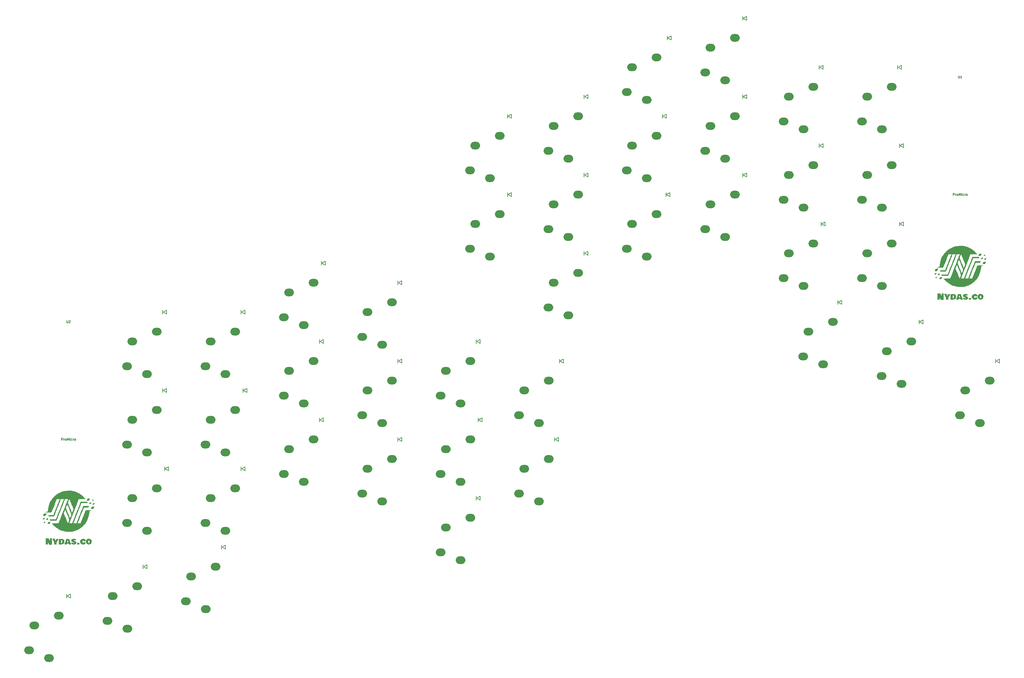
<source format=gbr>
%TF.GenerationSoftware,KiCad,Pcbnew,(6.0.2-0)*%
%TF.CreationDate,2022-03-13T16:27:26+11:00*%
%TF.ProjectId,Nydas,4e796461-732e-46b6-9963-61645f706362,rev?*%
%TF.SameCoordinates,Original*%
%TF.FileFunction,Legend,Top*%
%TF.FilePolarity,Positive*%
%FSLAX46Y46*%
G04 Gerber Fmt 4.6, Leading zero omitted, Abs format (unit mm)*
G04 Created by KiCad (PCBNEW (6.0.2-0)) date 2022-03-13 16:27:26*
%MOMM*%
%LPD*%
G01*
G04 APERTURE LIST*
%ADD10C,0.150000*%
%ADD11C,0.127000*%
%ADD12O,2.500000X2.000000*%
G04 APERTURE END LIST*
D10*
%TO.C,*%
D11*
%TO.C,U2*%
X32555542Y-98726171D02*
X32555542Y-99219657D01*
X32584571Y-99277714D01*
X32613600Y-99306742D01*
X32671657Y-99335771D01*
X32787771Y-99335771D01*
X32845828Y-99306742D01*
X32874857Y-99277714D01*
X32903885Y-99219657D01*
X32903885Y-98726171D01*
X33165142Y-98784228D02*
X33194171Y-98755200D01*
X33252228Y-98726171D01*
X33397371Y-98726171D01*
X33455428Y-98755200D01*
X33484457Y-98784228D01*
X33513485Y-98842285D01*
X33513485Y-98900342D01*
X33484457Y-98987428D01*
X33136114Y-99335771D01*
X33513485Y-99335771D01*
X31176685Y-129815771D02*
X31176685Y-129206171D01*
X31408914Y-129206171D01*
X31466971Y-129235200D01*
X31496000Y-129264228D01*
X31525028Y-129322285D01*
X31525028Y-129409371D01*
X31496000Y-129467428D01*
X31466971Y-129496457D01*
X31408914Y-129525485D01*
X31176685Y-129525485D01*
X31786285Y-129815771D02*
X31786285Y-129409371D01*
X31786285Y-129525485D02*
X31815314Y-129467428D01*
X31844342Y-129438400D01*
X31902400Y-129409371D01*
X31960457Y-129409371D01*
X32250742Y-129815771D02*
X32192685Y-129786742D01*
X32163657Y-129757714D01*
X32134628Y-129699657D01*
X32134628Y-129525485D01*
X32163657Y-129467428D01*
X32192685Y-129438400D01*
X32250742Y-129409371D01*
X32337828Y-129409371D01*
X32395885Y-129438400D01*
X32424914Y-129467428D01*
X32453942Y-129525485D01*
X32453942Y-129699657D01*
X32424914Y-129757714D01*
X32395885Y-129786742D01*
X32337828Y-129815771D01*
X32250742Y-129815771D01*
X32715200Y-129815771D02*
X32715200Y-129206171D01*
X32918400Y-129641600D01*
X33121600Y-129206171D01*
X33121600Y-129815771D01*
X33411885Y-129815771D02*
X33411885Y-129409371D01*
X33411885Y-129206171D02*
X33382857Y-129235200D01*
X33411885Y-129264228D01*
X33440914Y-129235200D01*
X33411885Y-129206171D01*
X33411885Y-129264228D01*
X33963428Y-129786742D02*
X33905371Y-129815771D01*
X33789257Y-129815771D01*
X33731200Y-129786742D01*
X33702171Y-129757714D01*
X33673142Y-129699657D01*
X33673142Y-129525485D01*
X33702171Y-129467428D01*
X33731200Y-129438400D01*
X33789257Y-129409371D01*
X33905371Y-129409371D01*
X33963428Y-129438400D01*
X34224685Y-129815771D02*
X34224685Y-129409371D01*
X34224685Y-129525485D02*
X34253714Y-129467428D01*
X34282742Y-129438400D01*
X34340800Y-129409371D01*
X34398857Y-129409371D01*
X34689142Y-129815771D02*
X34631085Y-129786742D01*
X34602057Y-129757714D01*
X34573028Y-129699657D01*
X34573028Y-129525485D01*
X34602057Y-129467428D01*
X34631085Y-129438400D01*
X34689142Y-129409371D01*
X34776228Y-129409371D01*
X34834285Y-129438400D01*
X34863314Y-129467428D01*
X34892342Y-129525485D01*
X34892342Y-129699657D01*
X34863314Y-129757714D01*
X34834285Y-129786742D01*
X34776228Y-129815771D01*
X34689142Y-129815771D01*
D10*
%TO.C,*%
D11*
%TO.C,U1*%
X263695542Y-35226171D02*
X263695542Y-35719657D01*
X263724571Y-35777714D01*
X263753600Y-35806742D01*
X263811657Y-35835771D01*
X263927771Y-35835771D01*
X263985828Y-35806742D01*
X264014857Y-35777714D01*
X264043885Y-35719657D01*
X264043885Y-35226171D01*
X264653485Y-35835771D02*
X264305142Y-35835771D01*
X264479314Y-35835771D02*
X264479314Y-35226171D01*
X264421257Y-35313257D01*
X264363200Y-35371314D01*
X264305142Y-35400342D01*
X262316685Y-66315771D02*
X262316685Y-65706171D01*
X262548914Y-65706171D01*
X262606971Y-65735200D01*
X262636000Y-65764228D01*
X262665028Y-65822285D01*
X262665028Y-65909371D01*
X262636000Y-65967428D01*
X262606971Y-65996457D01*
X262548914Y-66025485D01*
X262316685Y-66025485D01*
X262926285Y-66315771D02*
X262926285Y-65909371D01*
X262926285Y-66025485D02*
X262955314Y-65967428D01*
X262984342Y-65938400D01*
X263042400Y-65909371D01*
X263100457Y-65909371D01*
X263390742Y-66315771D02*
X263332685Y-66286742D01*
X263303657Y-66257714D01*
X263274628Y-66199657D01*
X263274628Y-66025485D01*
X263303657Y-65967428D01*
X263332685Y-65938400D01*
X263390742Y-65909371D01*
X263477828Y-65909371D01*
X263535885Y-65938400D01*
X263564914Y-65967428D01*
X263593942Y-66025485D01*
X263593942Y-66199657D01*
X263564914Y-66257714D01*
X263535885Y-66286742D01*
X263477828Y-66315771D01*
X263390742Y-66315771D01*
X263855200Y-66315771D02*
X263855200Y-65706171D01*
X264058400Y-66141600D01*
X264261600Y-65706171D01*
X264261600Y-66315771D01*
X264551885Y-66315771D02*
X264551885Y-65909371D01*
X264551885Y-65706171D02*
X264522857Y-65735200D01*
X264551885Y-65764228D01*
X264580914Y-65735200D01*
X264551885Y-65706171D01*
X264551885Y-65764228D01*
X265103428Y-66286742D02*
X265045371Y-66315771D01*
X264929257Y-66315771D01*
X264871200Y-66286742D01*
X264842171Y-66257714D01*
X264813142Y-66199657D01*
X264813142Y-66025485D01*
X264842171Y-65967428D01*
X264871200Y-65938400D01*
X264929257Y-65909371D01*
X265045371Y-65909371D01*
X265103428Y-65938400D01*
X265364685Y-66315771D02*
X265364685Y-65909371D01*
X265364685Y-66025485D02*
X265393714Y-65967428D01*
X265422742Y-65938400D01*
X265480800Y-65909371D01*
X265538857Y-65909371D01*
X265829142Y-66315771D02*
X265771085Y-66286742D01*
X265742057Y-66257714D01*
X265713028Y-66199657D01*
X265713028Y-66025485D01*
X265742057Y-65967428D01*
X265771085Y-65938400D01*
X265829142Y-65909371D01*
X265916228Y-65909371D01*
X265974285Y-65938400D01*
X266003314Y-65967428D01*
X266032342Y-66025485D01*
X266032342Y-66199657D01*
X266003314Y-66257714D01*
X265974285Y-66286742D01*
X265916228Y-66315771D01*
X265829142Y-66315771D01*
D10*
%TO.C,*%
%TO.C,G1*%
G36*
X26829709Y-149861733D02*
G01*
X26882687Y-149885792D01*
X26871409Y-149960466D01*
X26810980Y-150108210D01*
X26740582Y-150244231D01*
X26655436Y-150302144D01*
X26527498Y-150313572D01*
X26396650Y-150298574D01*
X26331460Y-150261712D01*
X26329821Y-150254060D01*
X26354071Y-150165947D01*
X26412787Y-150034160D01*
X26416322Y-150027274D01*
X26502373Y-149907697D01*
X26622068Y-149863505D01*
X26699804Y-149860000D01*
X26829709Y-149861733D01*
G37*
G36*
X31630295Y-148247658D02*
G01*
X31715907Y-148035591D01*
X31769516Y-147907555D01*
X31771101Y-147903973D01*
X31842892Y-147732448D01*
X31932534Y-147504609D01*
X32016725Y-147280313D01*
X32035356Y-147230712D01*
X32400193Y-147230712D01*
X32418591Y-147461161D01*
X32473606Y-147625955D01*
X32517778Y-147728720D01*
X32595278Y-147917947D01*
X32698376Y-148174398D01*
X32819346Y-148478833D01*
X32950459Y-148812016D01*
X32965619Y-148850746D01*
X33093074Y-149171069D01*
X33208295Y-149450312D01*
X33304583Y-149673073D01*
X33375237Y-149823947D01*
X33413559Y-149887530D01*
X33416877Y-149888347D01*
X33453646Y-149828236D01*
X33517786Y-149689657D01*
X33596669Y-149500246D01*
X33612439Y-149460389D01*
X33692499Y-149247396D01*
X33732650Y-149102188D01*
X33737717Y-148988354D01*
X33712526Y-148869485D01*
X33697362Y-148819664D01*
X33642682Y-148661281D01*
X33594985Y-148547953D01*
X33583328Y-148527634D01*
X33545665Y-148449293D01*
X33483457Y-148295441D01*
X33409410Y-148097668D01*
X33400899Y-148074063D01*
X33328808Y-147878986D01*
X33235626Y-147634883D01*
X33130519Y-147364826D01*
X33022654Y-147091884D01*
X32921197Y-146839130D01*
X32835314Y-146629634D01*
X32774172Y-146486469D01*
X32750689Y-146437537D01*
X32716066Y-146456740D01*
X32657577Y-146558155D01*
X32610757Y-146664323D01*
X32536694Y-146842710D01*
X32472044Y-146989057D01*
X32448033Y-147038583D01*
X32400193Y-147230712D01*
X32035356Y-147230712D01*
X32087698Y-147091366D01*
X32190443Y-146825122D01*
X32314105Y-146509361D01*
X32447830Y-146171860D01*
X32534081Y-145956288D01*
X32548271Y-145920920D01*
X32899296Y-145920920D01*
X33051781Y-146345483D01*
X33140389Y-146584690D01*
X33230046Y-146814583D01*
X33302298Y-146987928D01*
X33306275Y-146996830D01*
X33402973Y-147219810D01*
X33509123Y-147477483D01*
X33615834Y-147746599D01*
X33714213Y-148003905D01*
X33795370Y-148226149D01*
X33850410Y-148390080D01*
X33870446Y-148472106D01*
X33887088Y-148556318D01*
X33933732Y-148539245D01*
X34005453Y-148427482D01*
X34097330Y-148227622D01*
X34147826Y-148100549D01*
X34321740Y-147645116D01*
X34034020Y-146924098D01*
X33924528Y-146649833D01*
X33827064Y-146405917D01*
X33750928Y-146215610D01*
X33705421Y-146102171D01*
X33700382Y-146089688D01*
X33659513Y-145986722D01*
X33590142Y-145809969D01*
X33504785Y-145591357D01*
X33471174Y-145505010D01*
X33386359Y-145302500D01*
X33312522Y-145154358D01*
X33260733Y-145081560D01*
X33246727Y-145079786D01*
X33207523Y-145152128D01*
X33142026Y-145300569D01*
X33063456Y-145494924D01*
X33052433Y-145523384D01*
X32899296Y-145920920D01*
X32548271Y-145920920D01*
X32654377Y-145656451D01*
X32758509Y-145396060D01*
X32839716Y-145192087D01*
X32891239Y-145061505D01*
X32906658Y-145020797D01*
X32855010Y-145020451D01*
X32719394Y-145027506D01*
X32528884Y-145040439D01*
X32523957Y-145040804D01*
X32141205Y-145069152D01*
X31727848Y-146089688D01*
X31581727Y-146452736D01*
X31434423Y-146822767D01*
X31297505Y-147170435D01*
X31182542Y-147466394D01*
X31113171Y-147648839D01*
X31019096Y-147897972D01*
X30931679Y-148124975D01*
X30863643Y-148297014D01*
X30838564Y-148357545D01*
X30795190Y-148462149D01*
X30717802Y-148652728D01*
X30614221Y-148909865D01*
X30492266Y-149214142D01*
X30359757Y-149546139D01*
X30347660Y-149576518D01*
X29930044Y-150625402D01*
X28318704Y-150656836D01*
X28231405Y-150488019D01*
X28171889Y-150364512D01*
X28144336Y-150290740D01*
X28144107Y-150288039D01*
X28197456Y-150276950D01*
X28344125Y-150267601D01*
X28564044Y-150260762D01*
X28837144Y-150257206D01*
X28955053Y-150256875D01*
X29765999Y-150256875D01*
X30149808Y-149278862D01*
X30288489Y-148925426D01*
X30455728Y-148499128D01*
X30638694Y-148032676D01*
X30824559Y-147558777D01*
X31000494Y-147110141D01*
X31044924Y-146996830D01*
X31188744Y-146630492D01*
X31320934Y-146294638D01*
X31435201Y-146005187D01*
X31525252Y-145778060D01*
X31584795Y-145629175D01*
X31605217Y-145579420D01*
X31658445Y-145452097D01*
X31726496Y-145284448D01*
X31738896Y-145253415D01*
X31823589Y-145040804D01*
X31051030Y-145040804D01*
X30953879Y-145310112D01*
X30886758Y-145492043D01*
X30827829Y-145644928D01*
X30808220Y-145692813D01*
X30776076Y-145772125D01*
X30707916Y-145943278D01*
X30609160Y-146192562D01*
X30485228Y-146506264D01*
X30341540Y-146870675D01*
X30183515Y-147272084D01*
X30102247Y-147478750D01*
X29939077Y-147892568D01*
X29787192Y-148275338D01*
X29652050Y-148613494D01*
X29539109Y-148893470D01*
X29453827Y-149101698D01*
X29401662Y-149224614D01*
X29389757Y-149249744D01*
X29342588Y-149375899D01*
X29334732Y-149434008D01*
X29318713Y-149469842D01*
X29259367Y-149494348D01*
X29139766Y-149509516D01*
X28942979Y-149517334D01*
X28652075Y-149519792D01*
X28604291Y-149519822D01*
X28304924Y-149518990D01*
X28099841Y-149514369D01*
X27969935Y-149502772D01*
X27896097Y-149481010D01*
X27859220Y-149445896D01*
X27840198Y-149394241D01*
X27839663Y-149392255D01*
X27812312Y-149275431D01*
X27804703Y-149223965D01*
X27857378Y-149206768D01*
X28001264Y-149190287D01*
X28214184Y-149176424D01*
X28465992Y-149167268D01*
X29128055Y-149151295D01*
X29229583Y-148896161D01*
X29279307Y-148770145D01*
X29362834Y-148557271D01*
X29472807Y-148276339D01*
X29601869Y-147946149D01*
X29742665Y-147585504D01*
X29817476Y-147393705D01*
X29957431Y-147035215D01*
X30085783Y-146707262D01*
X30196098Y-146426224D01*
X30281940Y-146208476D01*
X30336876Y-146070395D01*
X30352157Y-146032991D01*
X30394986Y-145928263D01*
X30465509Y-145751580D01*
X30550290Y-145536662D01*
X30572416Y-145480201D01*
X30744361Y-145040804D01*
X29986572Y-145040804D01*
X29608684Y-145990469D01*
X29457886Y-146370437D01*
X29294487Y-146783824D01*
X29134215Y-147190739D01*
X28992793Y-147551295D01*
X28936500Y-147695477D01*
X28826599Y-147967704D01*
X28725524Y-148200078D01*
X28642418Y-148372860D01*
X28586426Y-148466313D01*
X28574558Y-148476777D01*
X28495302Y-148485237D01*
X28325903Y-148490131D01*
X28089563Y-148491177D01*
X27809485Y-148488095D01*
X27744372Y-148486836D01*
X26981830Y-148470938D01*
X27336183Y-148307611D01*
X27525572Y-148215343D01*
X27633178Y-148143289D01*
X27682420Y-148069359D01*
X27696721Y-147971463D01*
X27696873Y-147967433D01*
X27778763Y-147230706D01*
X27966043Y-146513160D01*
X28250933Y-145826896D01*
X28625653Y-145184014D01*
X29082420Y-144596615D01*
X29613455Y-144076801D01*
X30210976Y-143636673D01*
X30635754Y-143396833D01*
X31025267Y-143211859D01*
X31371595Y-143074675D01*
X31706161Y-142977897D01*
X32060387Y-142914143D01*
X32465696Y-142876030D01*
X32934955Y-142856637D01*
X33291635Y-142849261D01*
X33563324Y-142849347D01*
X33778305Y-142859165D01*
X33964863Y-142880988D01*
X34151280Y-142917086D01*
X34365839Y-142969731D01*
X34375980Y-142972362D01*
X34855200Y-143124746D01*
X35351743Y-143331595D01*
X35824353Y-143573484D01*
X36231770Y-143830988D01*
X36289214Y-143873138D01*
X36458237Y-144010563D01*
X36652660Y-144184707D01*
X36854714Y-144377547D01*
X37046628Y-144571060D01*
X37210632Y-144747221D01*
X37328955Y-144888007D01*
X37383826Y-144975395D01*
X37385625Y-144985170D01*
X37330980Y-145007342D01*
X37175099Y-145024523D01*
X36930061Y-145035911D01*
X36607944Y-145040703D01*
X36548499Y-145040804D01*
X35711373Y-145040804D01*
X35267763Y-146160558D01*
X35130718Y-146505409D01*
X35003054Y-146824645D01*
X34892337Y-147099507D01*
X34806132Y-147311235D01*
X34752004Y-147441069D01*
X34744175Y-147458970D01*
X34690090Y-147590267D01*
X34664508Y-147672998D01*
X34664196Y-147677188D01*
X34642771Y-147751141D01*
X34590455Y-147879131D01*
X34583146Y-147895405D01*
X34534461Y-148009657D01*
X34457735Y-148197793D01*
X34360659Y-148440161D01*
X34250923Y-148717108D01*
X34136219Y-149008980D01*
X34024237Y-149296124D01*
X33922667Y-149558888D01*
X33839200Y-149777619D01*
X33781528Y-149932664D01*
X33757341Y-150004369D01*
X33757053Y-150006410D01*
X33736075Y-150071790D01*
X33683030Y-150202593D01*
X33652016Y-150274160D01*
X33558088Y-150494788D01*
X33494939Y-150659535D01*
X33470580Y-150747178D01*
X33471060Y-150753563D01*
X33451699Y-150808580D01*
X33398323Y-150920769D01*
X33396858Y-150923652D01*
X33324660Y-151082460D01*
X33278496Y-151206540D01*
X33263662Y-151275231D01*
X33288003Y-151313423D01*
X33374344Y-151330048D01*
X33545510Y-151334038D01*
X33604510Y-151334107D01*
X33969875Y-151334107D01*
X34090250Y-151054289D01*
X34158557Y-150880329D01*
X34202176Y-150740084D01*
X34210625Y-150689108D01*
X34239891Y-150593581D01*
X34261040Y-150572587D01*
X34311399Y-150498969D01*
X34348736Y-150392895D01*
X34395754Y-150246390D01*
X34467307Y-150063107D01*
X34490419Y-150009659D01*
X34546081Y-149877739D01*
X34633023Y-149663518D01*
X34741838Y-149390538D01*
X34863119Y-149082340D01*
X34946688Y-148867813D01*
X35069528Y-148552907D01*
X35184679Y-148260987D01*
X35283197Y-148014485D01*
X35356137Y-147835830D01*
X35386978Y-147763616D01*
X35463689Y-147582116D01*
X35558971Y-147342362D01*
X35653814Y-147093083D01*
X35719302Y-146911786D01*
X35751816Y-146825112D01*
X35815642Y-146659990D01*
X35900310Y-146443385D01*
X35961418Y-146288125D01*
X36173973Y-145749509D01*
X37869971Y-145718347D01*
X37934703Y-145889843D01*
X37999436Y-146061339D01*
X36382311Y-146061339D01*
X36280892Y-146302299D01*
X36188750Y-146518617D01*
X36091005Y-146744435D01*
X36073843Y-146783601D01*
X36010677Y-146935949D01*
X35972933Y-147043633D01*
X35968219Y-147067083D01*
X35948467Y-147126119D01*
X35893590Y-147273734D01*
X35810156Y-147493056D01*
X35704736Y-147767215D01*
X35583896Y-148079340D01*
X35454208Y-148412561D01*
X35322240Y-148750007D01*
X35194560Y-149074807D01*
X35077739Y-149370090D01*
X34978345Y-149618986D01*
X34902947Y-149804625D01*
X34891752Y-149831652D01*
X34830802Y-149981850D01*
X34749174Y-150188066D01*
X34655776Y-150427164D01*
X34559516Y-150676010D01*
X34469303Y-150911470D01*
X34394045Y-151110410D01*
X34342649Y-151249695D01*
X34324018Y-151306047D01*
X34375709Y-151320430D01*
X34510793Y-151330550D01*
X34687247Y-151334107D01*
X35050476Y-151334107D01*
X35514395Y-150157656D01*
X35653560Y-149805263D01*
X35782660Y-149479316D01*
X35894544Y-149197795D01*
X35982061Y-148978680D01*
X36038057Y-148839953D01*
X36049979Y-148811116D01*
X36094133Y-148702848D01*
X36171188Y-148510346D01*
X36272661Y-148254950D01*
X36390067Y-147957996D01*
X36483921Y-147719710D01*
X36846199Y-146798393D01*
X38279549Y-146798393D01*
X38309292Y-146953985D01*
X38322583Y-147082534D01*
X38312555Y-147152423D01*
X38248582Y-147169544D01*
X38095138Y-147183411D01*
X37876135Y-147192481D01*
X37648912Y-147195268D01*
X37011748Y-147195268D01*
X36668212Y-148059888D01*
X36370285Y-148810413D01*
X36113885Y-149457833D01*
X35898195Y-150004237D01*
X35722398Y-150451709D01*
X35585678Y-150802338D01*
X35487218Y-151058210D01*
X35426202Y-151221410D01*
X35401813Y-151294027D01*
X35401250Y-151297610D01*
X35452984Y-151316159D01*
X35588394Y-151329298D01*
X35771556Y-151334107D01*
X35980186Y-151328483D01*
X36101626Y-151307387D01*
X36161707Y-151264484D01*
X36176129Y-151234888D01*
X36212896Y-151136119D01*
X36283975Y-150951761D01*
X36382820Y-150698340D01*
X36502884Y-150392378D01*
X36637624Y-150050400D01*
X36780493Y-149688929D01*
X36924946Y-149324489D01*
X37064437Y-148973603D01*
X37192420Y-148652796D01*
X37302352Y-148378591D01*
X37387685Y-148167512D01*
X37441874Y-148036082D01*
X37456293Y-148003192D01*
X37485510Y-147952848D01*
X37528492Y-147917983D01*
X37604078Y-147895894D01*
X37731108Y-147883877D01*
X37928420Y-147879228D01*
X38214855Y-147879243D01*
X38316522Y-147879729D01*
X39114866Y-147883833D01*
X38793362Y-148030659D01*
X38471858Y-148177484D01*
X38435691Y-148522648D01*
X38295497Y-149352117D01*
X38054265Y-150132132D01*
X37712758Y-150860310D01*
X37657253Y-150957529D01*
X37422915Y-151300940D01*
X37113952Y-151668604D01*
X36756828Y-152033407D01*
X36378009Y-152368237D01*
X36018560Y-152636269D01*
X35722179Y-152817271D01*
X35389323Y-152992686D01*
X35052154Y-153147744D01*
X34742839Y-153267678D01*
X34493542Y-153337719D01*
X34488812Y-153338618D01*
X34319142Y-153373203D01*
X34210625Y-153397443D01*
X33839011Y-153462448D01*
X33405965Y-153503521D01*
X32961445Y-153517949D01*
X32555410Y-153503018D01*
X32453036Y-153492930D01*
X31752319Y-153359117D01*
X31056224Y-153126321D01*
X30395351Y-152805937D01*
X30073221Y-152606793D01*
X29906458Y-152484143D01*
X29705868Y-152320333D01*
X29488878Y-152131651D01*
X29272914Y-151934382D01*
X29075402Y-151744815D01*
X28913768Y-151579237D01*
X28805439Y-151453934D01*
X28767768Y-151386681D01*
X28821152Y-151368205D01*
X28968058Y-151350655D01*
X29188619Y-151335596D01*
X29462965Y-151324594D01*
X29595240Y-151321449D01*
X30422712Y-151305759D01*
X30593719Y-150880536D01*
X30680621Y-150664786D01*
X30755912Y-150478460D01*
X30805690Y-150355956D01*
X30811451Y-150341920D01*
X30845787Y-150255482D01*
X30913887Y-150081547D01*
X31008633Y-149838388D01*
X31122907Y-149544274D01*
X31249593Y-149217477D01*
X31264242Y-149179643D01*
X31396181Y-148840525D01*
X31461898Y-148673250D01*
X31815067Y-148673250D01*
X32054779Y-149280799D01*
X32158452Y-149541793D01*
X32254291Y-149779920D01*
X32330406Y-149965812D01*
X32369659Y-150058438D01*
X32434186Y-150217434D01*
X32508748Y-150418873D01*
X32537113Y-150500454D01*
X32651024Y-150814769D01*
X32752055Y-151051473D01*
X32835313Y-151200631D01*
X32895902Y-151252312D01*
X32906148Y-151249346D01*
X32960405Y-151166358D01*
X32963303Y-151141955D01*
X32983568Y-151054219D01*
X33036262Y-150898594D01*
X33097776Y-150739362D01*
X33232248Y-150408836D01*
X33074710Y-149978503D01*
X33010938Y-149808671D01*
X32921787Y-149577172D01*
X32814779Y-149302913D01*
X32697433Y-149004800D01*
X32577268Y-148701743D01*
X32461803Y-148412647D01*
X32358559Y-148156422D01*
X32275056Y-147951973D01*
X32218811Y-147818210D01*
X32198057Y-147774214D01*
X32172305Y-147815309D01*
X32115340Y-147939078D01*
X32037439Y-148122668D01*
X31999567Y-148215548D01*
X31815067Y-148673250D01*
X31461898Y-148673250D01*
X31520959Y-148522917D01*
X31630295Y-148247658D01*
G37*
G36*
X30529728Y-155762581D02*
G01*
X30542152Y-155533679D01*
X30561600Y-155394500D01*
X30582053Y-155356404D01*
X30664852Y-155354775D01*
X30824850Y-155353637D01*
X31007277Y-155353254D01*
X31216646Y-155353725D01*
X31391895Y-155354951D01*
X31483200Y-155356404D01*
X31590519Y-155395411D01*
X31726573Y-155488822D01*
X31766682Y-155524042D01*
X31872708Y-155638108D01*
X31924949Y-155752724D01*
X31941341Y-155915762D01*
X31941932Y-155991787D01*
X31913092Y-156285841D01*
X31821757Y-156503189D01*
X31657934Y-156651862D01*
X31411628Y-156739888D01*
X31072846Y-156775296D01*
X30964754Y-156776876D01*
X30525357Y-156776964D01*
X30525357Y-156507313D01*
X31092321Y-156507313D01*
X31217700Y-156424065D01*
X31324609Y-156307784D01*
X31386199Y-156174406D01*
X31406487Y-155973345D01*
X31368892Y-155798439D01*
X31283884Y-155681760D01*
X31216071Y-155653267D01*
X31153726Y-155650918D01*
X31116836Y-155681479D01*
X31098749Y-155767416D01*
X31092816Y-155931195D01*
X31092321Y-156071231D01*
X31092321Y-156507313D01*
X30525357Y-156507313D01*
X30525357Y-156068259D01*
X30529728Y-155762581D01*
G37*
G36*
X38504116Y-144841945D02*
G01*
X38519553Y-144857508D01*
X38502503Y-144936516D01*
X38459124Y-145081741D01*
X38429179Y-145172445D01*
X38338805Y-145437679D01*
X38060652Y-145437679D01*
X37890660Y-145430484D01*
X37807496Y-145402655D01*
X37785157Y-145344825D01*
X37785223Y-145338460D01*
X37811077Y-145223777D01*
X37871222Y-145069280D01*
X37884661Y-145040804D01*
X37956053Y-144917887D01*
X38040909Y-144856070D01*
X38181904Y-144830188D01*
X38250464Y-144825086D01*
X38407098Y-144824378D01*
X38504116Y-144841945D01*
G37*
G36*
X35854821Y-156833661D02*
G01*
X35287857Y-156833661D01*
X35287857Y-156380089D01*
X35854821Y-156380089D01*
X35854821Y-156833661D01*
G37*
G36*
X39510762Y-145112628D02*
G01*
X39529496Y-145178107D01*
X39519128Y-145225067D01*
X39491747Y-145342750D01*
X39484167Y-145395156D01*
X39436872Y-145428740D01*
X39330877Y-145437366D01*
X39217455Y-145423728D01*
X39147874Y-145390517D01*
X39143214Y-145377255D01*
X39190417Y-145224516D01*
X39307819Y-145120616D01*
X39406955Y-145097500D01*
X39510762Y-145112628D01*
G37*
G36*
X39553758Y-146970667D02*
G01*
X39674883Y-146976336D01*
X39710132Y-146982656D01*
X39691786Y-147038896D01*
X39644675Y-147168314D01*
X39602660Y-147280313D01*
X39495233Y-147563795D01*
X39141959Y-147580860D01*
X38943923Y-147585049D01*
X38840666Y-147571278D01*
X38814552Y-147536460D01*
X38817987Y-147524164D01*
X38856191Y-147428888D01*
X38917738Y-147276205D01*
X38944712Y-147209442D01*
X39042133Y-146968482D01*
X39376156Y-146968482D01*
X39553758Y-146970667D01*
G37*
G36*
X27879836Y-155217813D02*
G01*
X28019808Y-155600513D01*
X28104688Y-155811418D01*
X28174400Y-155944274D01*
X28222459Y-155989994D01*
X28242382Y-155939488D01*
X28242269Y-155912344D01*
X28242300Y-155819574D01*
X28245149Y-155654943D01*
X28248568Y-155515469D01*
X28257500Y-155189464D01*
X28767768Y-155189464D01*
X28767768Y-156822243D01*
X28526808Y-156842126D01*
X28335945Y-156850920D01*
X28167751Y-156847584D01*
X28139411Y-156844984D01*
X28055469Y-156820358D01*
X27988554Y-156753433D01*
X27921669Y-156620409D01*
X27855929Y-156448109D01*
X27718884Y-156068259D01*
X27702119Y-156450960D01*
X27685355Y-156833661D01*
X27407809Y-156833661D01*
X27240374Y-156824067D01*
X27125209Y-156799651D01*
X27098727Y-156782634D01*
X27089773Y-156710008D01*
X27087218Y-156546520D01*
X27090914Y-156314512D01*
X27100708Y-156036324D01*
X27104285Y-155958148D01*
X27141380Y-155184689D01*
X27879836Y-155217813D01*
G37*
G36*
X34684165Y-155331640D02*
G01*
X34779470Y-155360333D01*
X34930812Y-155453960D01*
X35024416Y-155571712D01*
X35038962Y-155684002D01*
X35028709Y-155706226D01*
X34950438Y-155738392D01*
X34798608Y-155739720D01*
X34608156Y-155712331D01*
X34451585Y-155671208D01*
X34350195Y-155658974D01*
X34324018Y-155688563D01*
X34373188Y-155737902D01*
X34499338Y-155801117D01*
X34606781Y-155841235D01*
X34861859Y-155960645D01*
X35024723Y-156114347D01*
X35086769Y-156292798D01*
X35081653Y-156367751D01*
X34991364Y-156574943D01*
X34815650Y-156723143D01*
X34569690Y-156805671D01*
X34268664Y-156815846D01*
X34113341Y-156793902D01*
X34005220Y-156738976D01*
X33877812Y-156631271D01*
X33765825Y-156505929D01*
X33703967Y-156398093D01*
X33700357Y-156375739D01*
X33749909Y-156344087D01*
X33872056Y-156327432D01*
X34027036Y-156325486D01*
X34175087Y-156337957D01*
X34276448Y-156364555D01*
X34295669Y-156380089D01*
X34371940Y-156432417D01*
X34456837Y-156421478D01*
X34494107Y-156358472D01*
X34442225Y-156296829D01*
X34304075Y-156235313D01*
X34224799Y-156212473D01*
X34043256Y-156153834D01*
X33896690Y-156084126D01*
X33856272Y-156055214D01*
X33776349Y-155916003D01*
X33757373Y-155731380D01*
X33798126Y-155550767D01*
X33871325Y-155443803D01*
X34016149Y-155369220D01*
X34228619Y-155323025D01*
X34465652Y-155309178D01*
X34684165Y-155331640D01*
G37*
G36*
X26967969Y-150885932D02*
G01*
X27002206Y-150922442D01*
X26969534Y-151020551D01*
X26944381Y-151076306D01*
X26849303Y-151192638D01*
X26722520Y-151220714D01*
X26618316Y-151212889D01*
X26593790Y-151167130D01*
X26630658Y-151050625D01*
X26703328Y-150924991D01*
X26814309Y-150881982D01*
X26852519Y-150880536D01*
X26967969Y-150885932D01*
G37*
G36*
X29561518Y-155557991D02*
G01*
X29611409Y-155708372D01*
X29656831Y-155800025D01*
X29673204Y-155813125D01*
X29714012Y-155764633D01*
X29768336Y-155642966D01*
X29788303Y-155586339D01*
X29839165Y-155450303D01*
X29899023Y-155383659D01*
X30005997Y-155361653D01*
X30137557Y-155359554D01*
X30296314Y-155365610D01*
X30395397Y-155381044D01*
X30411964Y-155392184D01*
X30385249Y-155452950D01*
X30314160Y-155586042D01*
X30212282Y-155766322D01*
X30175599Y-155829527D01*
X30052417Y-156052306D01*
X29982233Y-156218547D01*
X29953005Y-156364599D01*
X29951616Y-156505602D01*
X29963998Y-156776964D01*
X29334732Y-156776964D01*
X29333934Y-156507656D01*
X29316158Y-156323061D01*
X29256011Y-156128450D01*
X29141563Y-155887848D01*
X29107149Y-155823769D01*
X29003038Y-155626760D01*
X28924272Y-155466254D01*
X28883865Y-155369186D01*
X28881161Y-155356023D01*
X28932361Y-155326605D01*
X29064151Y-155307298D01*
X29185623Y-155302857D01*
X29490085Y-155302857D01*
X29561518Y-155557991D01*
G37*
G36*
X27672240Y-150036430D02*
G01*
X27715359Y-150075142D01*
X27697479Y-150175763D01*
X27691065Y-150198332D01*
X27645281Y-150337238D01*
X27606632Y-150425118D01*
X27540255Y-150458365D01*
X27419339Y-150479192D01*
X27289950Y-150484533D01*
X27198148Y-150471322D01*
X27180268Y-150453492D01*
X27200148Y-150386287D01*
X27249274Y-150258557D01*
X27262419Y-150226706D01*
X27333004Y-150094069D01*
X27422949Y-150039393D01*
X27541944Y-150030089D01*
X27672240Y-150036430D01*
G37*
G36*
X32217342Y-156039911D02*
G01*
X32428133Y-155387902D01*
X32828382Y-155371427D01*
X33228630Y-155354952D01*
X33385001Y-155853347D01*
X33465095Y-156104272D01*
X33542707Y-156340039D01*
X33604718Y-156521023D01*
X33620405Y-156564353D01*
X33699439Y-156776964D01*
X33382760Y-156776964D01*
X33196551Y-156770922D01*
X33094207Y-156746426D01*
X33046550Y-156693924D01*
X33036428Y-156663572D01*
X32979113Y-156579149D01*
X32848929Y-156550606D01*
X32821562Y-156550179D01*
X32678028Y-156571753D01*
X32611759Y-156646885D01*
X32606697Y-156663572D01*
X32569851Y-156732347D01*
X32485974Y-156766485D01*
X32324688Y-156776801D01*
X32288254Y-156776964D01*
X32125598Y-156769465D01*
X32022504Y-156750251D01*
X32003008Y-156734442D01*
X32020917Y-156666827D01*
X32067081Y-156514014D01*
X32134532Y-156298589D01*
X32177178Y-156165358D01*
X32690801Y-156165358D01*
X32737675Y-156205484D01*
X32815416Y-156210000D01*
X32930707Y-156184474D01*
X32958990Y-156110781D01*
X32941407Y-156012545D01*
X32903430Y-155885472D01*
X32857746Y-155763186D01*
X32817043Y-155679310D01*
X32794009Y-155667469D01*
X32793190Y-155671384D01*
X32750987Y-155880299D01*
X32707915Y-156054085D01*
X32690801Y-156165358D01*
X32177178Y-156165358D01*
X32216300Y-156043136D01*
X32217342Y-156039911D01*
G37*
G36*
X28336878Y-150952783D02*
G01*
X28356632Y-150993725D01*
X28340176Y-151061669D01*
X28259919Y-151285544D01*
X28173870Y-151419312D01*
X28058317Y-151484835D01*
X27889545Y-151503974D01*
X27860171Y-151504197D01*
X27579146Y-151504197D01*
X27678867Y-151234888D01*
X27778589Y-150965580D01*
X28079555Y-150948276D01*
X28252617Y-150941157D01*
X28336878Y-150952783D01*
G37*
G36*
X39741002Y-146245603D02*
G01*
X39664749Y-146376852D01*
X39553483Y-146434373D01*
X39460257Y-146447463D01*
X39327527Y-146444964D01*
X39259115Y-146416382D01*
X39256607Y-146407608D01*
X39278444Y-146317025D01*
X39322404Y-146205748D01*
X39391059Y-146106273D01*
X39501530Y-146066193D01*
X39603149Y-146061339D01*
X39818097Y-146061339D01*
X39741002Y-146245603D01*
G37*
G36*
X37143869Y-155381284D02*
G01*
X37328098Y-155509283D01*
X37428863Y-155686024D01*
X37442321Y-155787938D01*
X37431263Y-155873517D01*
X37377890Y-155914063D01*
X37251904Y-155926033D01*
X37187187Y-155926518D01*
X37020122Y-155915786D01*
X36943499Y-155878749D01*
X36932053Y-155839694D01*
X36889787Y-155748669D01*
X36798269Y-155712509D01*
X36710419Y-155748884D01*
X36700414Y-155762341D01*
X36657691Y-155889854D01*
X36646648Y-156056051D01*
X36664432Y-156218388D01*
X36708190Y-156334316D01*
X36740634Y-156362280D01*
X36843817Y-156350308D01*
X36885193Y-156303804D01*
X36965846Y-156250903D01*
X37109530Y-156216631D01*
X37271060Y-156204957D01*
X37405250Y-156219854D01*
X37462256Y-156253084D01*
X37460221Y-156329477D01*
X37420050Y-156459352D01*
X37412614Y-156477559D01*
X37280473Y-156656017D01*
X37076496Y-156772700D01*
X36828556Y-156819838D01*
X36564526Y-156789661D01*
X36444714Y-156747401D01*
X36234412Y-156595926D01*
X36098096Y-156358535D01*
X36046242Y-156137902D01*
X36051242Y-155839013D01*
X36148948Y-155598371D01*
X36329808Y-155425216D01*
X36584272Y-155328789D01*
X36894175Y-155317478D01*
X37143869Y-155381284D01*
G37*
G36*
X38898619Y-146075513D02*
G01*
X38826454Y-146204597D01*
X38720890Y-146262222D01*
X38614975Y-146277373D01*
X38479973Y-146283188D01*
X38409224Y-146275380D01*
X38406161Y-146271660D01*
X38422947Y-146207624D01*
X38463819Y-146083014D01*
X38468403Y-146069800D01*
X38523174Y-145952205D01*
X38604670Y-145901800D01*
X38752048Y-145891250D01*
X38973450Y-145891250D01*
X38898619Y-146075513D01*
G37*
G36*
X27077778Y-149378080D02*
G01*
X26760496Y-149395084D01*
X26572562Y-149398596D01*
X26474341Y-149380273D01*
X26443461Y-149335449D01*
X26443214Y-149328914D01*
X26464522Y-149230424D01*
X26518655Y-149074213D01*
X26554592Y-148985906D01*
X26665970Y-148726072D01*
X27342520Y-148726072D01*
X27077778Y-149378080D01*
G37*
G36*
X37654862Y-155655525D02*
G01*
X37802920Y-155472671D01*
X37987004Y-155369192D01*
X38300997Y-155306550D01*
X38574832Y-155338467D01*
X38795444Y-155456776D01*
X38949764Y-155653312D01*
X39024726Y-155919907D01*
X39029821Y-156020927D01*
X39008201Y-156300530D01*
X38934283Y-156499429D01*
X38794477Y-156643502D01*
X38663023Y-156719431D01*
X38417401Y-156811927D01*
X38205824Y-156821921D01*
X37985508Y-156750311D01*
X37952589Y-156734354D01*
X37752534Y-156580275D01*
X37623366Y-156370264D01*
X37564453Y-156129410D01*
X37564677Y-156124263D01*
X38139074Y-156124263D01*
X38178187Y-156290357D01*
X38250316Y-156400156D01*
X38335455Y-156426168D01*
X38393521Y-156391998D01*
X38428281Y-156300654D01*
X38447516Y-156127563D01*
X38451206Y-156060549D01*
X38455064Y-155860657D01*
X38438606Y-155745931D01*
X38396123Y-155689089D01*
X38370854Y-155676559D01*
X38263172Y-155668671D01*
X38190778Y-155751090D01*
X38144385Y-155931411D01*
X38139074Y-156124263D01*
X37564677Y-156124263D01*
X37575162Y-155882801D01*
X37654862Y-155655525D01*
G37*
G36*
X261669728Y-92262581D02*
G01*
X261682152Y-92033679D01*
X261701600Y-91894500D01*
X261722053Y-91856404D01*
X261804852Y-91854775D01*
X261964850Y-91853637D01*
X262147277Y-91853254D01*
X262356646Y-91853725D01*
X262531895Y-91854951D01*
X262623200Y-91856404D01*
X262730519Y-91895411D01*
X262866573Y-91988822D01*
X262906682Y-92024042D01*
X263012708Y-92138108D01*
X263064949Y-92252724D01*
X263081341Y-92415762D01*
X263081932Y-92491787D01*
X263053092Y-92785841D01*
X262961757Y-93003189D01*
X262797934Y-93151862D01*
X262551628Y-93239888D01*
X262212846Y-93275296D01*
X262104754Y-93276876D01*
X261665357Y-93276964D01*
X261665357Y-93007313D01*
X262232321Y-93007313D01*
X262357700Y-92924065D01*
X262464609Y-92807784D01*
X262526199Y-92674406D01*
X262546487Y-92473345D01*
X262508892Y-92298439D01*
X262423884Y-92181760D01*
X262356071Y-92153267D01*
X262293726Y-92150918D01*
X262256836Y-92181479D01*
X262238749Y-92267416D01*
X262232816Y-92431195D01*
X262232321Y-92571231D01*
X262232321Y-93007313D01*
X261665357Y-93007313D01*
X261665357Y-92568259D01*
X261669728Y-92262581D01*
G37*
G36*
X262770295Y-84747658D02*
G01*
X262855907Y-84535591D01*
X262909516Y-84407555D01*
X262911101Y-84403973D01*
X262982892Y-84232448D01*
X263072534Y-84004609D01*
X263156725Y-83780313D01*
X263175356Y-83730712D01*
X263540193Y-83730712D01*
X263558591Y-83961161D01*
X263613606Y-84125955D01*
X263657778Y-84228720D01*
X263735278Y-84417947D01*
X263838376Y-84674398D01*
X263959346Y-84978833D01*
X264090459Y-85312016D01*
X264105619Y-85350746D01*
X264233074Y-85671069D01*
X264348295Y-85950312D01*
X264444583Y-86173073D01*
X264515237Y-86323947D01*
X264553559Y-86387530D01*
X264556877Y-86388347D01*
X264593646Y-86328236D01*
X264657786Y-86189657D01*
X264736669Y-86000246D01*
X264752439Y-85960389D01*
X264832499Y-85747396D01*
X264872650Y-85602188D01*
X264877717Y-85488354D01*
X264852526Y-85369485D01*
X264837362Y-85319664D01*
X264782682Y-85161281D01*
X264734985Y-85047953D01*
X264723328Y-85027634D01*
X264685665Y-84949293D01*
X264623457Y-84795441D01*
X264549410Y-84597668D01*
X264540899Y-84574063D01*
X264468808Y-84378986D01*
X264375626Y-84134883D01*
X264270519Y-83864826D01*
X264162654Y-83591884D01*
X264061197Y-83339130D01*
X263975314Y-83129634D01*
X263914172Y-82986469D01*
X263890689Y-82937537D01*
X263856066Y-82956740D01*
X263797577Y-83058155D01*
X263750757Y-83164323D01*
X263676694Y-83342710D01*
X263612044Y-83489057D01*
X263588033Y-83538583D01*
X263540193Y-83730712D01*
X263175356Y-83730712D01*
X263227698Y-83591366D01*
X263330443Y-83325122D01*
X263454105Y-83009361D01*
X263587830Y-82671860D01*
X263674081Y-82456288D01*
X263688271Y-82420920D01*
X264039296Y-82420920D01*
X264191781Y-82845483D01*
X264280389Y-83084690D01*
X264370046Y-83314583D01*
X264442298Y-83487928D01*
X264446275Y-83496830D01*
X264542973Y-83719810D01*
X264649123Y-83977483D01*
X264755834Y-84246599D01*
X264854213Y-84503905D01*
X264935370Y-84726149D01*
X264990410Y-84890080D01*
X265010446Y-84972106D01*
X265027088Y-85056318D01*
X265073732Y-85039245D01*
X265145453Y-84927482D01*
X265237330Y-84727622D01*
X265287826Y-84600549D01*
X265461740Y-84145116D01*
X265174020Y-83424098D01*
X265064528Y-83149833D01*
X264967064Y-82905917D01*
X264890928Y-82715610D01*
X264845421Y-82602171D01*
X264840382Y-82589688D01*
X264799513Y-82486722D01*
X264730142Y-82309969D01*
X264644785Y-82091357D01*
X264611174Y-82005010D01*
X264526359Y-81802500D01*
X264452522Y-81654358D01*
X264400733Y-81581560D01*
X264386727Y-81579786D01*
X264347523Y-81652128D01*
X264282026Y-81800569D01*
X264203456Y-81994924D01*
X264192433Y-82023384D01*
X264039296Y-82420920D01*
X263688271Y-82420920D01*
X263794377Y-82156451D01*
X263898509Y-81896060D01*
X263979716Y-81692087D01*
X264031239Y-81561505D01*
X264046658Y-81520797D01*
X263995010Y-81520451D01*
X263859394Y-81527506D01*
X263668884Y-81540439D01*
X263663957Y-81540804D01*
X263281205Y-81569152D01*
X262867848Y-82589688D01*
X262721727Y-82952736D01*
X262574423Y-83322767D01*
X262437505Y-83670435D01*
X262322542Y-83966394D01*
X262253171Y-84148839D01*
X262159096Y-84397972D01*
X262071679Y-84624975D01*
X262003643Y-84797014D01*
X261978564Y-84857545D01*
X261935190Y-84962149D01*
X261857802Y-85152728D01*
X261754221Y-85409865D01*
X261632266Y-85714142D01*
X261499757Y-86046139D01*
X261487660Y-86076518D01*
X261070044Y-87125402D01*
X259458704Y-87156836D01*
X259371405Y-86988019D01*
X259311889Y-86864512D01*
X259284336Y-86790740D01*
X259284107Y-86788039D01*
X259337456Y-86776950D01*
X259484125Y-86767601D01*
X259704044Y-86760762D01*
X259977144Y-86757206D01*
X260095053Y-86756875D01*
X260905999Y-86756875D01*
X261289808Y-85778862D01*
X261428489Y-85425426D01*
X261595728Y-84999128D01*
X261778694Y-84532676D01*
X261964559Y-84058777D01*
X262140494Y-83610141D01*
X262184924Y-83496830D01*
X262328744Y-83130492D01*
X262460934Y-82794638D01*
X262575201Y-82505187D01*
X262665252Y-82278060D01*
X262724795Y-82129175D01*
X262745217Y-82079420D01*
X262798445Y-81952097D01*
X262866496Y-81784448D01*
X262878896Y-81753415D01*
X262963589Y-81540804D01*
X262191030Y-81540804D01*
X262093879Y-81810112D01*
X262026758Y-81992043D01*
X261967829Y-82144928D01*
X261948220Y-82192813D01*
X261916076Y-82272125D01*
X261847916Y-82443278D01*
X261749160Y-82692562D01*
X261625228Y-83006264D01*
X261481540Y-83370675D01*
X261323515Y-83772084D01*
X261242247Y-83978750D01*
X261079077Y-84392568D01*
X260927192Y-84775338D01*
X260792050Y-85113494D01*
X260679109Y-85393470D01*
X260593827Y-85601698D01*
X260541662Y-85724614D01*
X260529757Y-85749744D01*
X260482588Y-85875899D01*
X260474732Y-85934008D01*
X260458713Y-85969842D01*
X260399367Y-85994348D01*
X260279766Y-86009516D01*
X260082979Y-86017334D01*
X259792075Y-86019792D01*
X259744291Y-86019822D01*
X259444924Y-86018990D01*
X259239841Y-86014369D01*
X259109935Y-86002772D01*
X259036097Y-85981010D01*
X258999220Y-85945896D01*
X258980198Y-85894241D01*
X258979663Y-85892255D01*
X258952312Y-85775431D01*
X258944703Y-85723965D01*
X258997378Y-85706768D01*
X259141264Y-85690287D01*
X259354184Y-85676424D01*
X259605992Y-85667268D01*
X260268055Y-85651295D01*
X260369583Y-85396161D01*
X260419307Y-85270145D01*
X260502834Y-85057271D01*
X260612807Y-84776339D01*
X260741869Y-84446149D01*
X260882665Y-84085504D01*
X260957476Y-83893705D01*
X261097431Y-83535215D01*
X261225783Y-83207262D01*
X261336098Y-82926224D01*
X261421940Y-82708476D01*
X261476876Y-82570395D01*
X261492157Y-82532991D01*
X261534986Y-82428263D01*
X261605509Y-82251580D01*
X261690290Y-82036662D01*
X261712416Y-81980201D01*
X261884361Y-81540804D01*
X261126572Y-81540804D01*
X260748684Y-82490469D01*
X260597886Y-82870437D01*
X260434487Y-83283824D01*
X260274215Y-83690739D01*
X260132793Y-84051295D01*
X260076500Y-84195477D01*
X259966599Y-84467704D01*
X259865524Y-84700078D01*
X259782418Y-84872860D01*
X259726426Y-84966313D01*
X259714558Y-84976777D01*
X259635302Y-84985237D01*
X259465903Y-84990131D01*
X259229563Y-84991177D01*
X258949485Y-84988095D01*
X258884372Y-84986836D01*
X258121830Y-84970938D01*
X258476183Y-84807611D01*
X258665572Y-84715343D01*
X258773178Y-84643289D01*
X258822420Y-84569359D01*
X258836721Y-84471463D01*
X258836873Y-84467433D01*
X258918763Y-83730706D01*
X259106043Y-83013160D01*
X259390933Y-82326896D01*
X259765653Y-81684014D01*
X260222420Y-81096615D01*
X260753455Y-80576801D01*
X261350976Y-80136673D01*
X261775754Y-79896833D01*
X262165267Y-79711859D01*
X262511595Y-79574675D01*
X262846161Y-79477897D01*
X263200387Y-79414143D01*
X263605696Y-79376030D01*
X264074955Y-79356637D01*
X264431635Y-79349261D01*
X264703324Y-79349347D01*
X264918305Y-79359165D01*
X265104863Y-79380988D01*
X265291280Y-79417086D01*
X265505839Y-79469731D01*
X265515980Y-79472362D01*
X265995200Y-79624746D01*
X266491743Y-79831595D01*
X266964353Y-80073484D01*
X267371770Y-80330988D01*
X267429214Y-80373138D01*
X267598237Y-80510563D01*
X267792660Y-80684707D01*
X267994714Y-80877547D01*
X268186628Y-81071060D01*
X268350632Y-81247221D01*
X268468955Y-81388007D01*
X268523826Y-81475395D01*
X268525625Y-81485170D01*
X268470980Y-81507342D01*
X268315099Y-81524523D01*
X268070061Y-81535911D01*
X267747944Y-81540703D01*
X267688499Y-81540804D01*
X266851373Y-81540804D01*
X266407763Y-82660558D01*
X266270718Y-83005409D01*
X266143054Y-83324645D01*
X266032337Y-83599507D01*
X265946132Y-83811235D01*
X265892004Y-83941069D01*
X265884175Y-83958970D01*
X265830090Y-84090267D01*
X265804508Y-84172998D01*
X265804196Y-84177188D01*
X265782771Y-84251141D01*
X265730455Y-84379131D01*
X265723146Y-84395405D01*
X265674461Y-84509657D01*
X265597735Y-84697793D01*
X265500659Y-84940161D01*
X265390923Y-85217108D01*
X265276219Y-85508980D01*
X265164237Y-85796124D01*
X265062667Y-86058888D01*
X264979200Y-86277619D01*
X264921528Y-86432664D01*
X264897341Y-86504369D01*
X264897053Y-86506410D01*
X264876075Y-86571790D01*
X264823030Y-86702593D01*
X264792016Y-86774160D01*
X264698088Y-86994788D01*
X264634939Y-87159535D01*
X264610580Y-87247178D01*
X264611060Y-87253563D01*
X264591699Y-87308580D01*
X264538323Y-87420769D01*
X264536858Y-87423652D01*
X264464660Y-87582460D01*
X264418496Y-87706540D01*
X264403662Y-87775231D01*
X264428003Y-87813423D01*
X264514344Y-87830048D01*
X264685510Y-87834038D01*
X264744510Y-87834107D01*
X265109875Y-87834107D01*
X265230250Y-87554289D01*
X265298557Y-87380329D01*
X265342176Y-87240084D01*
X265350625Y-87189108D01*
X265379891Y-87093581D01*
X265401040Y-87072587D01*
X265451399Y-86998969D01*
X265488736Y-86892895D01*
X265535754Y-86746390D01*
X265607307Y-86563107D01*
X265630419Y-86509659D01*
X265686081Y-86377739D01*
X265773023Y-86163518D01*
X265881838Y-85890538D01*
X266003119Y-85582340D01*
X266086688Y-85367813D01*
X266209528Y-85052907D01*
X266324679Y-84760987D01*
X266423197Y-84514485D01*
X266496137Y-84335830D01*
X266526978Y-84263616D01*
X266603689Y-84082116D01*
X266698971Y-83842362D01*
X266793814Y-83593083D01*
X266859302Y-83411786D01*
X266891816Y-83325112D01*
X266955642Y-83159990D01*
X267040310Y-82943385D01*
X267101418Y-82788125D01*
X267313973Y-82249509D01*
X269009971Y-82218347D01*
X269074703Y-82389843D01*
X269139436Y-82561339D01*
X267522311Y-82561339D01*
X267420892Y-82802299D01*
X267328750Y-83018617D01*
X267231005Y-83244435D01*
X267213843Y-83283601D01*
X267150677Y-83435949D01*
X267112933Y-83543633D01*
X267108219Y-83567083D01*
X267088467Y-83626119D01*
X267033590Y-83773734D01*
X266950156Y-83993056D01*
X266844736Y-84267215D01*
X266723896Y-84579340D01*
X266594208Y-84912561D01*
X266462240Y-85250007D01*
X266334560Y-85574807D01*
X266217739Y-85870090D01*
X266118345Y-86118986D01*
X266042947Y-86304625D01*
X266031752Y-86331652D01*
X265970802Y-86481850D01*
X265889174Y-86688066D01*
X265795776Y-86927164D01*
X265699516Y-87176010D01*
X265609303Y-87411470D01*
X265534045Y-87610410D01*
X265482649Y-87749695D01*
X265464018Y-87806047D01*
X265515709Y-87820430D01*
X265650793Y-87830550D01*
X265827247Y-87834107D01*
X266190476Y-87834107D01*
X266654395Y-86657656D01*
X266793560Y-86305263D01*
X266922660Y-85979316D01*
X267034544Y-85697795D01*
X267122061Y-85478680D01*
X267178057Y-85339953D01*
X267189979Y-85311116D01*
X267234133Y-85202848D01*
X267311188Y-85010346D01*
X267412661Y-84754950D01*
X267530067Y-84457996D01*
X267623921Y-84219710D01*
X267986199Y-83298393D01*
X269419549Y-83298393D01*
X269449292Y-83453985D01*
X269462583Y-83582534D01*
X269452555Y-83652423D01*
X269388582Y-83669544D01*
X269235138Y-83683411D01*
X269016135Y-83692481D01*
X268788912Y-83695268D01*
X268151748Y-83695268D01*
X267808212Y-84559888D01*
X267510285Y-85310413D01*
X267253885Y-85957833D01*
X267038195Y-86504237D01*
X266862398Y-86951709D01*
X266725678Y-87302338D01*
X266627218Y-87558210D01*
X266566202Y-87721410D01*
X266541813Y-87794027D01*
X266541250Y-87797610D01*
X266592984Y-87816159D01*
X266728394Y-87829298D01*
X266911556Y-87834107D01*
X267120186Y-87828483D01*
X267241626Y-87807387D01*
X267301707Y-87764484D01*
X267316129Y-87734888D01*
X267352896Y-87636119D01*
X267423975Y-87451761D01*
X267522820Y-87198340D01*
X267642884Y-86892378D01*
X267777624Y-86550400D01*
X267920493Y-86188929D01*
X268064946Y-85824489D01*
X268204437Y-85473603D01*
X268332420Y-85152796D01*
X268442352Y-84878591D01*
X268527685Y-84667512D01*
X268581874Y-84536082D01*
X268596293Y-84503192D01*
X268625510Y-84452848D01*
X268668492Y-84417983D01*
X268744078Y-84395894D01*
X268871108Y-84383877D01*
X269068420Y-84379228D01*
X269354855Y-84379243D01*
X269456522Y-84379729D01*
X270254866Y-84383833D01*
X269933362Y-84530659D01*
X269611858Y-84677484D01*
X269575691Y-85022648D01*
X269435497Y-85852117D01*
X269194265Y-86632132D01*
X268852758Y-87360310D01*
X268797253Y-87457529D01*
X268562915Y-87800940D01*
X268253952Y-88168604D01*
X267896828Y-88533407D01*
X267518009Y-88868237D01*
X267158560Y-89136269D01*
X266862179Y-89317271D01*
X266529323Y-89492686D01*
X266192154Y-89647744D01*
X265882839Y-89767678D01*
X265633542Y-89837719D01*
X265628812Y-89838618D01*
X265459142Y-89873203D01*
X265350625Y-89897443D01*
X264979011Y-89962448D01*
X264545965Y-90003521D01*
X264101445Y-90017949D01*
X263695410Y-90003018D01*
X263593036Y-89992930D01*
X262892319Y-89859117D01*
X262196224Y-89626321D01*
X261535351Y-89305937D01*
X261213221Y-89106793D01*
X261046458Y-88984143D01*
X260845868Y-88820333D01*
X260628878Y-88631651D01*
X260412914Y-88434382D01*
X260215402Y-88244815D01*
X260053768Y-88079237D01*
X259945439Y-87953934D01*
X259907768Y-87886681D01*
X259961152Y-87868205D01*
X260108058Y-87850655D01*
X260328619Y-87835596D01*
X260602965Y-87824594D01*
X260735240Y-87821449D01*
X261562712Y-87805759D01*
X261733719Y-87380536D01*
X261820621Y-87164786D01*
X261895912Y-86978460D01*
X261945690Y-86855956D01*
X261951451Y-86841920D01*
X261985787Y-86755482D01*
X262053887Y-86581547D01*
X262148633Y-86338388D01*
X262262907Y-86044274D01*
X262389593Y-85717477D01*
X262404242Y-85679643D01*
X262536181Y-85340525D01*
X262601898Y-85173250D01*
X262955067Y-85173250D01*
X263194779Y-85780799D01*
X263298452Y-86041793D01*
X263394291Y-86279920D01*
X263470406Y-86465812D01*
X263509659Y-86558438D01*
X263574186Y-86717434D01*
X263648748Y-86918873D01*
X263677113Y-87000454D01*
X263791024Y-87314769D01*
X263892055Y-87551473D01*
X263975313Y-87700631D01*
X264035902Y-87752312D01*
X264046148Y-87749346D01*
X264100405Y-87666358D01*
X264103303Y-87641955D01*
X264123568Y-87554219D01*
X264176262Y-87398594D01*
X264237776Y-87239362D01*
X264372248Y-86908836D01*
X264214710Y-86478503D01*
X264150938Y-86308671D01*
X264061787Y-86077172D01*
X263954779Y-85802913D01*
X263837433Y-85504800D01*
X263717268Y-85201743D01*
X263601803Y-84912647D01*
X263498559Y-84656422D01*
X263415056Y-84451973D01*
X263358811Y-84318210D01*
X263338057Y-84274214D01*
X263312305Y-84315309D01*
X263255340Y-84439078D01*
X263177439Y-84622668D01*
X263139567Y-84715548D01*
X262955067Y-85173250D01*
X262601898Y-85173250D01*
X262660959Y-85022917D01*
X262770295Y-84747658D01*
G37*
G36*
X258812240Y-86536430D02*
G01*
X258855359Y-86575142D01*
X258837479Y-86675763D01*
X258831065Y-86698332D01*
X258785281Y-86837238D01*
X258746632Y-86925118D01*
X258680255Y-86958365D01*
X258559339Y-86979192D01*
X258429950Y-86984533D01*
X258338148Y-86971322D01*
X258320268Y-86953492D01*
X258340148Y-86886287D01*
X258389274Y-86758557D01*
X258402419Y-86726706D01*
X258473004Y-86594069D01*
X258562949Y-86539393D01*
X258681944Y-86530089D01*
X258812240Y-86536430D01*
G37*
G36*
X269644116Y-81341945D02*
G01*
X269659553Y-81357508D01*
X269642503Y-81436516D01*
X269599124Y-81581741D01*
X269569179Y-81672445D01*
X269478805Y-81937679D01*
X269200652Y-81937679D01*
X269030660Y-81930484D01*
X268947496Y-81902655D01*
X268925157Y-81844825D01*
X268925223Y-81838460D01*
X268951077Y-81723777D01*
X269011222Y-81569280D01*
X269024661Y-81540804D01*
X269096053Y-81417887D01*
X269180909Y-81356070D01*
X269321904Y-81330188D01*
X269390464Y-81325086D01*
X269547098Y-81324378D01*
X269644116Y-81341945D01*
G37*
G36*
X270650762Y-81612628D02*
G01*
X270669496Y-81678107D01*
X270659128Y-81725067D01*
X270631747Y-81842750D01*
X270624167Y-81895156D01*
X270576872Y-81928740D01*
X270470877Y-81937366D01*
X270357455Y-81923728D01*
X270287874Y-81890517D01*
X270283214Y-81877255D01*
X270330417Y-81724516D01*
X270447819Y-81620616D01*
X270546955Y-81597500D01*
X270650762Y-81612628D01*
G37*
G36*
X259019836Y-91717813D02*
G01*
X259159808Y-92100513D01*
X259244688Y-92311418D01*
X259314400Y-92444274D01*
X259362459Y-92489994D01*
X259382382Y-92439488D01*
X259382269Y-92412344D01*
X259382300Y-92319574D01*
X259385149Y-92154943D01*
X259388568Y-92015469D01*
X259397500Y-91689464D01*
X259907768Y-91689464D01*
X259907768Y-93322243D01*
X259666808Y-93342126D01*
X259475945Y-93350920D01*
X259307751Y-93347584D01*
X259279411Y-93344984D01*
X259195469Y-93320358D01*
X259128554Y-93253433D01*
X259061669Y-93120409D01*
X258995929Y-92948109D01*
X258858884Y-92568259D01*
X258842119Y-92950960D01*
X258825355Y-93333661D01*
X258547809Y-93333661D01*
X258380374Y-93324067D01*
X258265209Y-93299651D01*
X258238727Y-93282634D01*
X258229773Y-93210008D01*
X258227218Y-93046520D01*
X258230914Y-92814512D01*
X258240708Y-92536324D01*
X258244285Y-92458148D01*
X258281380Y-91684689D01*
X259019836Y-91717813D01*
G37*
G36*
X258107969Y-87385932D02*
G01*
X258142206Y-87422442D01*
X258109534Y-87520551D01*
X258084381Y-87576306D01*
X257989303Y-87692638D01*
X257862520Y-87720714D01*
X257758316Y-87712889D01*
X257733790Y-87667130D01*
X257770658Y-87550625D01*
X257843328Y-87424991D01*
X257954309Y-87381982D01*
X257992519Y-87380536D01*
X258107969Y-87385932D01*
G37*
G36*
X258217778Y-85878080D02*
G01*
X257900496Y-85895084D01*
X257712562Y-85898596D01*
X257614341Y-85880273D01*
X257583461Y-85835449D01*
X257583214Y-85828914D01*
X257604522Y-85730424D01*
X257658655Y-85574213D01*
X257694592Y-85485906D01*
X257805970Y-85226072D01*
X258482520Y-85226072D01*
X258217778Y-85878080D01*
G37*
G36*
X259476878Y-87452783D02*
G01*
X259496632Y-87493725D01*
X259480176Y-87561669D01*
X259399919Y-87785544D01*
X259313870Y-87919312D01*
X259198317Y-87984835D01*
X259029545Y-88003974D01*
X259000171Y-88004197D01*
X258719146Y-88004197D01*
X258818867Y-87734888D01*
X258918589Y-87465580D01*
X259219555Y-87448276D01*
X259392617Y-87441157D01*
X259476878Y-87452783D01*
G37*
G36*
X263357342Y-92539911D02*
G01*
X263568133Y-91887902D01*
X263968382Y-91871427D01*
X264368630Y-91854952D01*
X264525001Y-92353347D01*
X264605095Y-92604272D01*
X264682707Y-92840039D01*
X264744718Y-93021023D01*
X264760405Y-93064353D01*
X264839439Y-93276964D01*
X264522760Y-93276964D01*
X264336551Y-93270922D01*
X264234207Y-93246426D01*
X264186550Y-93193924D01*
X264176428Y-93163572D01*
X264119113Y-93079149D01*
X263988929Y-93050606D01*
X263961562Y-93050179D01*
X263818028Y-93071753D01*
X263751759Y-93146885D01*
X263746697Y-93163572D01*
X263709851Y-93232347D01*
X263625974Y-93266485D01*
X263464688Y-93276801D01*
X263428254Y-93276964D01*
X263265598Y-93269465D01*
X263162504Y-93250251D01*
X263143008Y-93234442D01*
X263160917Y-93166827D01*
X263207081Y-93014014D01*
X263274532Y-92798589D01*
X263317178Y-92665358D01*
X263830801Y-92665358D01*
X263877675Y-92705484D01*
X263955416Y-92710000D01*
X264070707Y-92684474D01*
X264098990Y-92610781D01*
X264081407Y-92512545D01*
X264043430Y-92385472D01*
X263997746Y-92263186D01*
X263957043Y-92179310D01*
X263934009Y-92167469D01*
X263933190Y-92171384D01*
X263890987Y-92380299D01*
X263847915Y-92554085D01*
X263830801Y-92665358D01*
X263317178Y-92665358D01*
X263356300Y-92543136D01*
X263357342Y-92539911D01*
G37*
G36*
X270693758Y-83470667D02*
G01*
X270814883Y-83476336D01*
X270850132Y-83482656D01*
X270831786Y-83538896D01*
X270784675Y-83668314D01*
X270742660Y-83780313D01*
X270635233Y-84063795D01*
X270281959Y-84080860D01*
X270083923Y-84085049D01*
X269980666Y-84071278D01*
X269954552Y-84036460D01*
X269957987Y-84024164D01*
X269996191Y-83928888D01*
X270057738Y-83776205D01*
X270084712Y-83709442D01*
X270182133Y-83468482D01*
X270516156Y-83468482D01*
X270693758Y-83470667D01*
G37*
G36*
X268794862Y-92155525D02*
G01*
X268942920Y-91972671D01*
X269127004Y-91869192D01*
X269440997Y-91806550D01*
X269714832Y-91838467D01*
X269935444Y-91956776D01*
X270089764Y-92153312D01*
X270164726Y-92419907D01*
X270169821Y-92520927D01*
X270148201Y-92800530D01*
X270074283Y-92999429D01*
X269934477Y-93143502D01*
X269803023Y-93219431D01*
X269557401Y-93311927D01*
X269345824Y-93321921D01*
X269125508Y-93250311D01*
X269092589Y-93234354D01*
X268892534Y-93080275D01*
X268763366Y-92870264D01*
X268704453Y-92629410D01*
X268704677Y-92624263D01*
X269279074Y-92624263D01*
X269318187Y-92790357D01*
X269390316Y-92900156D01*
X269475455Y-92926168D01*
X269533521Y-92891998D01*
X269568281Y-92800654D01*
X269587516Y-92627563D01*
X269591206Y-92560549D01*
X269595064Y-92360657D01*
X269578606Y-92245931D01*
X269536123Y-92189089D01*
X269510854Y-92176559D01*
X269403172Y-92168671D01*
X269330778Y-92251090D01*
X269284385Y-92431411D01*
X269279074Y-92624263D01*
X268704677Y-92624263D01*
X268715162Y-92382801D01*
X268794862Y-92155525D01*
G37*
G36*
X270881002Y-82745603D02*
G01*
X270804749Y-82876852D01*
X270693483Y-82934373D01*
X270600257Y-82947463D01*
X270467527Y-82944964D01*
X270399115Y-82916382D01*
X270396607Y-82907608D01*
X270418444Y-82817025D01*
X270462404Y-82705748D01*
X270531059Y-82606273D01*
X270641530Y-82566193D01*
X270743149Y-82561339D01*
X270958097Y-82561339D01*
X270881002Y-82745603D01*
G37*
G36*
X270038619Y-82575513D02*
G01*
X269966454Y-82704597D01*
X269860890Y-82762222D01*
X269754975Y-82777373D01*
X269619973Y-82783188D01*
X269549224Y-82775380D01*
X269546161Y-82771660D01*
X269562947Y-82707624D01*
X269603819Y-82583014D01*
X269608403Y-82569800D01*
X269663174Y-82452205D01*
X269744670Y-82401800D01*
X269892048Y-82391250D01*
X270113450Y-82391250D01*
X270038619Y-82575513D01*
G37*
G36*
X266994821Y-93333661D02*
G01*
X266427857Y-93333661D01*
X266427857Y-92880089D01*
X266994821Y-92880089D01*
X266994821Y-93333661D01*
G37*
G36*
X257969709Y-86361733D02*
G01*
X258022687Y-86385792D01*
X258011409Y-86460466D01*
X257950980Y-86608210D01*
X257880582Y-86744231D01*
X257795436Y-86802144D01*
X257667498Y-86813572D01*
X257536650Y-86798574D01*
X257471460Y-86761712D01*
X257469821Y-86754060D01*
X257494071Y-86665947D01*
X257552787Y-86534160D01*
X257556322Y-86527274D01*
X257642373Y-86407697D01*
X257762068Y-86363505D01*
X257839804Y-86360000D01*
X257969709Y-86361733D01*
G37*
G36*
X265824165Y-91831640D02*
G01*
X265919470Y-91860333D01*
X266070812Y-91953960D01*
X266164416Y-92071712D01*
X266178962Y-92184002D01*
X266168709Y-92206226D01*
X266090438Y-92238392D01*
X265938608Y-92239720D01*
X265748156Y-92212331D01*
X265591585Y-92171208D01*
X265490195Y-92158974D01*
X265464018Y-92188563D01*
X265513188Y-92237902D01*
X265639338Y-92301117D01*
X265746781Y-92341235D01*
X266001859Y-92460645D01*
X266164723Y-92614347D01*
X266226769Y-92792798D01*
X266221653Y-92867751D01*
X266131364Y-93074943D01*
X265955650Y-93223143D01*
X265709690Y-93305671D01*
X265408664Y-93315846D01*
X265253341Y-93293902D01*
X265145220Y-93238976D01*
X265017812Y-93131271D01*
X264905825Y-93005929D01*
X264843967Y-92898093D01*
X264840357Y-92875739D01*
X264889909Y-92844087D01*
X265012056Y-92827432D01*
X265167036Y-92825486D01*
X265315087Y-92837957D01*
X265416448Y-92864555D01*
X265435669Y-92880089D01*
X265511940Y-92932417D01*
X265596837Y-92921478D01*
X265634107Y-92858472D01*
X265582225Y-92796829D01*
X265444075Y-92735313D01*
X265364799Y-92712473D01*
X265183256Y-92653834D01*
X265036690Y-92584126D01*
X264996272Y-92555214D01*
X264916349Y-92416003D01*
X264897373Y-92231380D01*
X264938126Y-92050767D01*
X265011325Y-91943803D01*
X265156149Y-91869220D01*
X265368619Y-91823025D01*
X265605652Y-91809178D01*
X265824165Y-91831640D01*
G37*
G36*
X268283869Y-91881284D02*
G01*
X268468098Y-92009283D01*
X268568863Y-92186024D01*
X268582321Y-92287938D01*
X268571263Y-92373517D01*
X268517890Y-92414063D01*
X268391904Y-92426033D01*
X268327187Y-92426518D01*
X268160122Y-92415786D01*
X268083499Y-92378749D01*
X268072053Y-92339694D01*
X268029787Y-92248669D01*
X267938269Y-92212509D01*
X267850419Y-92248884D01*
X267840414Y-92262341D01*
X267797691Y-92389854D01*
X267786648Y-92556051D01*
X267804432Y-92718388D01*
X267848190Y-92834316D01*
X267880634Y-92862280D01*
X267983817Y-92850308D01*
X268025193Y-92803804D01*
X268105846Y-92750903D01*
X268249530Y-92716631D01*
X268411060Y-92704957D01*
X268545250Y-92719854D01*
X268602256Y-92753084D01*
X268600221Y-92829477D01*
X268560050Y-92959352D01*
X268552614Y-92977559D01*
X268420473Y-93156017D01*
X268216496Y-93272700D01*
X267968556Y-93319838D01*
X267704526Y-93289661D01*
X267584714Y-93247401D01*
X267374412Y-93095926D01*
X267238096Y-92858535D01*
X267186242Y-92637902D01*
X267191242Y-92339013D01*
X267288948Y-92098371D01*
X267469808Y-91925216D01*
X267724272Y-91828789D01*
X268034175Y-91817478D01*
X268283869Y-91881284D01*
G37*
G36*
X260701518Y-92057991D02*
G01*
X260751409Y-92208372D01*
X260796831Y-92300025D01*
X260813204Y-92313125D01*
X260854012Y-92264633D01*
X260908336Y-92142966D01*
X260928303Y-92086339D01*
X260979165Y-91950303D01*
X261039023Y-91883659D01*
X261145997Y-91861653D01*
X261277557Y-91859554D01*
X261436314Y-91865610D01*
X261535397Y-91881044D01*
X261551964Y-91892184D01*
X261525249Y-91952950D01*
X261454160Y-92086042D01*
X261352282Y-92266322D01*
X261315599Y-92329527D01*
X261192417Y-92552306D01*
X261122233Y-92718547D01*
X261093005Y-92864599D01*
X261091616Y-93005602D01*
X261103998Y-93276964D01*
X260474732Y-93276964D01*
X260473934Y-93007656D01*
X260456158Y-92823061D01*
X260396011Y-92628450D01*
X260281563Y-92387848D01*
X260247149Y-92323769D01*
X260143038Y-92126760D01*
X260064272Y-91966254D01*
X260023865Y-91869186D01*
X260021161Y-91856023D01*
X260072361Y-91826605D01*
X260204151Y-91807298D01*
X260325623Y-91802857D01*
X260630085Y-91802857D01*
X260701518Y-92057991D01*
G37*
%TO.C,D21*%
X57460000Y-96020000D02*
X57460000Y-97020000D01*
X58460000Y-97020000D02*
X57560000Y-96520000D01*
X57560000Y-96520000D02*
X58460000Y-96020000D01*
X58460000Y-96020000D02*
X58460000Y-97020000D01*
%TO.C,D6*%
X248960000Y-32520000D02*
X248960000Y-33520000D01*
X248060000Y-33020000D02*
X248960000Y-32520000D01*
X247960000Y-32520000D02*
X247960000Y-33520000D01*
X248960000Y-33520000D02*
X248060000Y-33020000D01*
%TO.C,D14*%
X188020000Y-66040000D02*
X188920000Y-65540000D01*
X187920000Y-65540000D02*
X187920000Y-66540000D01*
X188920000Y-65540000D02*
X188920000Y-66540000D01*
X188920000Y-66540000D02*
X188020000Y-66040000D01*
%TO.C,D39*%
X52380000Y-162060000D02*
X52380000Y-163060000D01*
X53380000Y-163060000D02*
X52480000Y-162560000D01*
X53380000Y-162060000D02*
X53380000Y-163060000D01*
X52480000Y-162560000D02*
X53380000Y-162060000D01*
%TO.C,D37*%
X138740000Y-144280000D02*
X138740000Y-145280000D01*
X139740000Y-145280000D02*
X138840000Y-144780000D01*
X139740000Y-144280000D02*
X139740000Y-145280000D01*
X138840000Y-144780000D02*
X139740000Y-144280000D01*
%TO.C,D16*%
X228100000Y-73160000D02*
X228100000Y-74160000D01*
X229100000Y-73160000D02*
X229100000Y-74160000D01*
X229100000Y-74160000D02*
X228200000Y-73660000D01*
X228200000Y-73660000D02*
X229100000Y-73160000D01*
%TO.C,D33*%
X58920000Y-137660000D02*
X58020000Y-137160000D01*
X58920000Y-136660000D02*
X58920000Y-137660000D01*
X58020000Y-137160000D02*
X58920000Y-136660000D01*
X57920000Y-136660000D02*
X57920000Y-137660000D01*
%TO.C,D7*%
X146920000Y-66040000D02*
X147820000Y-65540000D01*
X146820000Y-65540000D02*
X146820000Y-66540000D01*
X147820000Y-65540000D02*
X147820000Y-66540000D01*
X147820000Y-66540000D02*
X146920000Y-66040000D01*
%TO.C,D19*%
X253500000Y-98560000D02*
X253500000Y-99560000D01*
X254500000Y-98560000D02*
X254500000Y-99560000D01*
X254500000Y-99560000D02*
X253600000Y-99060000D01*
X253600000Y-99060000D02*
X254500000Y-98560000D01*
%TO.C,D35*%
X98200000Y-124460000D02*
X99100000Y-123960000D01*
X99100000Y-124960000D02*
X98200000Y-124460000D01*
X99100000Y-123960000D02*
X99100000Y-124960000D01*
X98100000Y-123960000D02*
X98100000Y-124960000D01*
%TO.C,D24*%
X118420000Y-88400000D02*
X118420000Y-89400000D01*
X118520000Y-88900000D02*
X119420000Y-88400000D01*
X119420000Y-88400000D02*
X119420000Y-89400000D01*
X119420000Y-89400000D02*
X118520000Y-88900000D01*
%TO.C,D26*%
X161285000Y-108720000D02*
X161285000Y-109720000D01*
X160385000Y-109220000D02*
X161285000Y-108720000D01*
X160285000Y-108720000D02*
X160285000Y-109720000D01*
X161285000Y-109720000D02*
X160385000Y-109220000D01*
%TO.C,D1*%
X146920000Y-45720000D02*
X147820000Y-45220000D01*
X147820000Y-46220000D02*
X146920000Y-45720000D01*
X146820000Y-45220000D02*
X146820000Y-46220000D01*
X147820000Y-45220000D02*
X147820000Y-46220000D01*
%TO.C,D4*%
X207880000Y-20320000D02*
X208780000Y-19820000D01*
X208780000Y-19820000D02*
X208780000Y-20820000D01*
X208780000Y-20820000D02*
X207880000Y-20320000D01*
X207780000Y-19820000D02*
X207780000Y-20820000D01*
%TO.C,D9*%
X187000000Y-45220000D02*
X187000000Y-46220000D01*
X188000000Y-46220000D02*
X187100000Y-45720000D01*
X188000000Y-45220000D02*
X188000000Y-46220000D01*
X187100000Y-45720000D02*
X188000000Y-45220000D01*
%TO.C,D13*%
X166780000Y-81280000D02*
X167680000Y-80780000D01*
X167680000Y-81780000D02*
X166780000Y-81280000D01*
X167680000Y-80780000D02*
X167680000Y-81780000D01*
X166680000Y-80780000D02*
X166680000Y-81780000D01*
%TO.C,D25*%
X138840000Y-104140000D02*
X139740000Y-103640000D01*
X139740000Y-103640000D02*
X139740000Y-104640000D01*
X139740000Y-104640000D02*
X138840000Y-104140000D01*
X138740000Y-103640000D02*
X138740000Y-104640000D01*
%TO.C,D17*%
X249420000Y-73160000D02*
X249420000Y-74160000D01*
X249420000Y-74160000D02*
X248520000Y-73660000D01*
X248420000Y-73160000D02*
X248420000Y-74160000D01*
X248520000Y-73660000D02*
X249420000Y-73160000D01*
%TO.C,D5*%
X227640000Y-32520000D02*
X227640000Y-33520000D01*
X227740000Y-33020000D02*
X228640000Y-32520000D01*
X228640000Y-33520000D02*
X227740000Y-33020000D01*
X228640000Y-32520000D02*
X228640000Y-33520000D01*
%TO.C,D31*%
X140200000Y-123960000D02*
X140200000Y-124960000D01*
X139200000Y-123960000D02*
X139200000Y-124960000D01*
X140200000Y-124960000D02*
X139300000Y-124460000D01*
X139300000Y-124460000D02*
X140200000Y-123960000D01*
%TO.C,D23*%
X99560000Y-84320000D02*
X98660000Y-83820000D01*
X98660000Y-83820000D02*
X99560000Y-83320000D01*
X99560000Y-83320000D02*
X99560000Y-84320000D01*
X98560000Y-83320000D02*
X98560000Y-84320000D01*
%TO.C,D10*%
X208780000Y-41140000D02*
X207880000Y-40640000D01*
X207880000Y-40640000D02*
X208780000Y-40140000D01*
X207780000Y-40140000D02*
X207780000Y-41140000D01*
X208780000Y-40140000D02*
X208780000Y-41140000D01*
%TO.C,D2*%
X166680000Y-40140000D02*
X166680000Y-41140000D01*
X166780000Y-40640000D02*
X167680000Y-40140000D01*
X167680000Y-41140000D02*
X166780000Y-40640000D01*
X167680000Y-40140000D02*
X167680000Y-41140000D01*
%TO.C,D40*%
X72700000Y-156980000D02*
X72700000Y-157980000D01*
X73700000Y-157980000D02*
X72800000Y-157480000D01*
X73700000Y-156980000D02*
X73700000Y-157980000D01*
X72800000Y-157480000D02*
X73700000Y-156980000D01*
%TO.C,D18*%
X233415000Y-94480000D02*
X232515000Y-93980000D01*
X233415000Y-93480000D02*
X233415000Y-94480000D01*
X232415000Y-93480000D02*
X232415000Y-94480000D01*
X232515000Y-93980000D02*
X233415000Y-93480000D01*
%TO.C,D8*%
X166780000Y-60960000D02*
X167680000Y-60460000D01*
X167680000Y-61460000D02*
X166780000Y-60960000D01*
X167680000Y-60460000D02*
X167680000Y-61460000D01*
X166680000Y-60460000D02*
X166680000Y-61460000D01*
%TO.C,D28*%
X78340000Y-116840000D02*
X79240000Y-116340000D01*
X78240000Y-116340000D02*
X78240000Y-117340000D01*
X79240000Y-117340000D02*
X78340000Y-116840000D01*
X79240000Y-116340000D02*
X79240000Y-117340000D01*
%TO.C,D12*%
X249420000Y-52840000D02*
X249420000Y-53840000D01*
X248520000Y-53340000D02*
X249420000Y-52840000D01*
X249420000Y-53840000D02*
X248520000Y-53340000D01*
X248420000Y-52840000D02*
X248420000Y-53840000D01*
%TO.C,D3*%
X189225000Y-25900000D02*
X188325000Y-25400000D01*
X189225000Y-24900000D02*
X189225000Y-25900000D01*
X188225000Y-24900000D02*
X188225000Y-25900000D01*
X188325000Y-25400000D02*
X189225000Y-24900000D01*
%TO.C,D32*%
X160060000Y-129040000D02*
X160060000Y-130040000D01*
X160060000Y-130040000D02*
X159160000Y-129540000D01*
X159060000Y-129040000D02*
X159060000Y-130040000D01*
X159160000Y-129540000D02*
X160060000Y-129040000D01*
%TO.C,D38*%
X33520000Y-170680000D02*
X32620000Y-170180000D01*
X32620000Y-170180000D02*
X33520000Y-169680000D01*
X33520000Y-169680000D02*
X33520000Y-170680000D01*
X32520000Y-169680000D02*
X32520000Y-170680000D01*
%TO.C,D20*%
X274360000Y-108720000D02*
X274360000Y-109720000D01*
X273360000Y-108720000D02*
X273360000Y-109720000D01*
X274360000Y-109720000D02*
X273460000Y-109220000D01*
X273460000Y-109220000D02*
X274360000Y-108720000D01*
%TO.C,D27*%
X58460000Y-116340000D02*
X58460000Y-117340000D01*
X57460000Y-116340000D02*
X57460000Y-117340000D01*
X58460000Y-117340000D02*
X57560000Y-116840000D01*
X57560000Y-116840000D02*
X58460000Y-116340000D01*
%TO.C,D11*%
X227640000Y-52840000D02*
X227640000Y-53840000D01*
X227740000Y-53340000D02*
X228640000Y-52840000D01*
X228640000Y-53840000D02*
X227740000Y-53340000D01*
X228640000Y-52840000D02*
X228640000Y-53840000D01*
%TO.C,D15*%
X207780000Y-60460000D02*
X207780000Y-61460000D01*
X208780000Y-60460000D02*
X208780000Y-61460000D01*
X207880000Y-60960000D02*
X208780000Y-60460000D01*
X208780000Y-61460000D02*
X207880000Y-60960000D01*
%TO.C,D22*%
X77880000Y-96520000D02*
X78780000Y-96020000D01*
X77780000Y-96020000D02*
X77780000Y-97020000D01*
X78780000Y-96020000D02*
X78780000Y-97020000D01*
X78780000Y-97020000D02*
X77880000Y-96520000D01*
%TO.C,D36*%
X119420000Y-130040000D02*
X118520000Y-129540000D01*
X118520000Y-129540000D02*
X119420000Y-129040000D01*
X119420000Y-129040000D02*
X119420000Y-130040000D01*
X118420000Y-129040000D02*
X118420000Y-130040000D01*
%TO.C,D34*%
X78780000Y-136660000D02*
X78780000Y-137660000D01*
X78780000Y-137660000D02*
X77880000Y-137160000D01*
X77780000Y-136660000D02*
X77780000Y-137660000D01*
X77880000Y-137160000D02*
X78780000Y-136660000D01*
%TO.C,D29*%
X99100000Y-103640000D02*
X99100000Y-104640000D01*
X98100000Y-103640000D02*
X98100000Y-104640000D01*
X99100000Y-104640000D02*
X98200000Y-104140000D01*
X98200000Y-104140000D02*
X99100000Y-103640000D01*
%TO.C,D30*%
X118420000Y-108720000D02*
X118420000Y-109720000D01*
X119420000Y-109720000D02*
X118520000Y-109220000D01*
X118520000Y-109220000D02*
X119420000Y-108720000D01*
X119420000Y-108720000D02*
X119420000Y-109720000D01*
%TD*%
D12*
%TO.C,SW21*%
X55880000Y-101600000D03*
X53340000Y-112580000D03*
X48240000Y-110580000D03*
X49530000Y-104140000D03*
%TD*%
%TO.C,SW8*%
X157460000Y-75020000D03*
X158750000Y-68580000D03*
X162560000Y-77020000D03*
X165100000Y-66040000D03*
%TD*%
%TO.C,SW27*%
X48240000Y-130900000D03*
X49530000Y-124460000D03*
X55880000Y-121920000D03*
X53340000Y-132900000D03*
%TD*%
%TO.C,SW6*%
X240030000Y-40640000D03*
X238740000Y-47080000D03*
X243840000Y-49080000D03*
X246380000Y-38100000D03*
%TD*%
%TO.C,SW30*%
X110490000Y-116840000D03*
X109200000Y-123280000D03*
X114300000Y-125280000D03*
X116840000Y-114300000D03*
%TD*%
%TO.C,SW38*%
X22840000Y-184240000D03*
X24130000Y-177800000D03*
X30480000Y-175260000D03*
X27940000Y-186240000D03*
%TD*%
%TO.C,SW4*%
X198100000Y-34380000D03*
X199390000Y-27940000D03*
X205740000Y-25400000D03*
X203200000Y-36380000D03*
%TD*%
%TO.C,SW16*%
X218420000Y-87720000D03*
X219710000Y-81280000D03*
X223520000Y-89720000D03*
X226060000Y-78740000D03*
%TD*%
%TO.C,SW26*%
X151130000Y-116840000D03*
X149840000Y-123280000D03*
X157480000Y-114300000D03*
X154940000Y-125280000D03*
%TD*%
%TO.C,SW14*%
X179070000Y-73660000D03*
X177780000Y-80100000D03*
X185420000Y-71120000D03*
X182880000Y-82100000D03*
%TD*%
%TO.C,SW9*%
X179070000Y-53340000D03*
X177780000Y-59780000D03*
X185420000Y-50800000D03*
X182880000Y-61780000D03*
%TD*%
%TO.C,SW12*%
X238740000Y-67400000D03*
X240030000Y-60960000D03*
X243840000Y-69400000D03*
X246380000Y-58420000D03*
%TD*%
%TO.C,SW39*%
X44450000Y-170180000D03*
X43160000Y-176620000D03*
X50800000Y-167640000D03*
X48260000Y-178620000D03*
%TD*%
%TO.C,SW28*%
X68560000Y-130900000D03*
X69850000Y-124460000D03*
X73660000Y-132900000D03*
X76200000Y-121920000D03*
%TD*%
%TO.C,SW37*%
X129520000Y-158840000D03*
X130810000Y-152400000D03*
X137160000Y-149860000D03*
X134620000Y-160840000D03*
%TD*%
%TO.C,SW29*%
X88880000Y-118200000D03*
X90170000Y-111760000D03*
X93980000Y-120200000D03*
X96520000Y-109220000D03*
%TD*%
%TO.C,SW10*%
X199390000Y-48260000D03*
X198100000Y-54700000D03*
X203200000Y-56700000D03*
X205740000Y-45720000D03*
%TD*%
%TO.C,SW40*%
X63480000Y-171540000D03*
X64770000Y-165100000D03*
X71120000Y-162560000D03*
X68580000Y-173540000D03*
%TD*%
%TO.C,SW15*%
X199390000Y-68580000D03*
X198100000Y-75020000D03*
X205740000Y-66040000D03*
X203200000Y-77020000D03*
%TD*%
%TO.C,SW3*%
X177780000Y-39460000D03*
X179070000Y-33020000D03*
X182880000Y-41460000D03*
X185420000Y-30480000D03*
%TD*%
%TO.C,SW23*%
X90170000Y-91440000D03*
X88880000Y-97880000D03*
X96520000Y-88900000D03*
X93980000Y-99880000D03*
%TD*%
%TO.C,SW5*%
X219710000Y-40640000D03*
X218420000Y-47080000D03*
X223520000Y-49080000D03*
X226060000Y-38100000D03*
%TD*%
%TO.C,SW2*%
X158750000Y-48260000D03*
X157460000Y-54700000D03*
X165100000Y-45720000D03*
X162560000Y-56700000D03*
%TD*%
%TO.C,SW25*%
X129520000Y-118200000D03*
X130810000Y-111760000D03*
X137160000Y-109220000D03*
X134620000Y-120200000D03*
%TD*%
%TO.C,SW13*%
X157460000Y-95340000D03*
X158750000Y-88900000D03*
X165100000Y-86360000D03*
X162560000Y-97340000D03*
%TD*%
%TO.C,SW35*%
X90170000Y-132080000D03*
X88880000Y-138520000D03*
X96520000Y-129540000D03*
X93980000Y-140520000D03*
%TD*%
%TO.C,SW34*%
X69850000Y-144780000D03*
X68560000Y-151220000D03*
X73660000Y-153220000D03*
X76200000Y-142240000D03*
%TD*%
%TO.C,SW24*%
X110490000Y-96520000D03*
X109200000Y-102960000D03*
X114300000Y-104960000D03*
X116840000Y-93980000D03*
%TD*%
%TO.C,SW20*%
X265430000Y-116840000D03*
X264140000Y-123280000D03*
X271780000Y-114300000D03*
X269240000Y-125280000D03*
%TD*%
%TO.C,SW22*%
X69850000Y-104140000D03*
X68560000Y-110580000D03*
X73660000Y-112580000D03*
X76200000Y-101600000D03*
%TD*%
%TO.C,SW17*%
X240030000Y-81280000D03*
X238740000Y-87720000D03*
X243840000Y-89720000D03*
X246380000Y-78740000D03*
%TD*%
%TO.C,SW19*%
X243820000Y-113120000D03*
X245110000Y-106680000D03*
X251460000Y-104140000D03*
X248920000Y-115120000D03*
%TD*%
%TO.C,SW33*%
X49530000Y-144780000D03*
X48240000Y-151220000D03*
X55880000Y-142240000D03*
X53340000Y-153220000D03*
%TD*%
%TO.C,SW7*%
X137140000Y-80100000D03*
X138430000Y-73660000D03*
X144780000Y-71120000D03*
X142240000Y-82100000D03*
%TD*%
%TO.C,SW11*%
X219710000Y-60960000D03*
X218420000Y-67400000D03*
X223520000Y-69400000D03*
X226060000Y-58420000D03*
%TD*%
%TO.C,SW36*%
X110490000Y-137160000D03*
X109200000Y-143600000D03*
X116840000Y-134620000D03*
X114300000Y-145600000D03*
%TD*%
%TO.C,SW31*%
X129520000Y-138520000D03*
X130810000Y-132080000D03*
X134620000Y-140520000D03*
X137160000Y-129540000D03*
%TD*%
%TO.C,SW32*%
X149840000Y-143600000D03*
X151130000Y-137160000D03*
X154940000Y-145600000D03*
X157480000Y-134620000D03*
%TD*%
%TO.C,SW18*%
X223500000Y-108040000D03*
X224790000Y-101600000D03*
X231140000Y-99060000D03*
X228600000Y-110040000D03*
%TD*%
%TO.C,SW1*%
X137140000Y-59780000D03*
X138430000Y-53340000D03*
X144780000Y-50800000D03*
X142240000Y-61780000D03*
%TD*%
M02*

</source>
